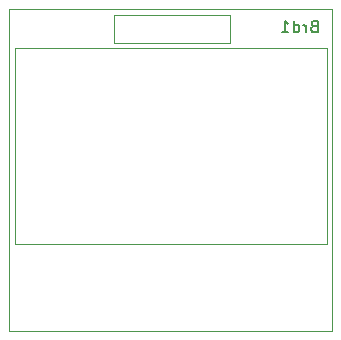
<source format=gbr>
%TF.GenerationSoftware,KiCad,Pcbnew,(5.99.0-10406-ge27733587d)*%
%TF.CreationDate,2021-05-19T17:56:25+05:30*%
%TF.ProjectId,OxiKit-Brainboard_v1,4f78694b-6974-42d4-9272-61696e626f61,rev?*%
%TF.SameCoordinates,Original*%
%TF.FileFunction,Legend,Bot*%
%TF.FilePolarity,Positive*%
%FSLAX46Y46*%
G04 Gerber Fmt 4.6, Leading zero omitted, Abs format (unit mm)*
G04 Created by KiCad (PCBNEW (5.99.0-10406-ge27733587d)) date 2021-05-19 17:56:25*
%MOMM*%
%LPD*%
G01*
G04 APERTURE LIST*
%ADD10C,0.150000*%
%ADD11C,0.120000*%
G04 APERTURE END LIST*
D10*
%TO.C,Brd1*%
X136566666Y-43928571D02*
X136423809Y-43976190D01*
X136376190Y-44023809D01*
X136328571Y-44119047D01*
X136328571Y-44261904D01*
X136376190Y-44357142D01*
X136423809Y-44404761D01*
X136519047Y-44452380D01*
X136900000Y-44452380D01*
X136900000Y-43452380D01*
X136566666Y-43452380D01*
X136471428Y-43500000D01*
X136423809Y-43547619D01*
X136376190Y-43642857D01*
X136376190Y-43738095D01*
X136423809Y-43833333D01*
X136471428Y-43880952D01*
X136566666Y-43928571D01*
X136900000Y-43928571D01*
X135900000Y-44452380D02*
X135900000Y-43785714D01*
X135900000Y-43976190D02*
X135852380Y-43880952D01*
X135804761Y-43833333D01*
X135709523Y-43785714D01*
X135614285Y-43785714D01*
X134852380Y-44452380D02*
X134852380Y-43452380D01*
X134852380Y-44404761D02*
X134947619Y-44452380D01*
X135138095Y-44452380D01*
X135233333Y-44404761D01*
X135280952Y-44357142D01*
X135328571Y-44261904D01*
X135328571Y-43976190D01*
X135280952Y-43880952D01*
X135233333Y-43833333D01*
X135138095Y-43785714D01*
X134947619Y-43785714D01*
X134852380Y-43833333D01*
X133852380Y-44452380D02*
X134423809Y-44452380D01*
X134138095Y-44452380D02*
X134138095Y-43452380D01*
X134233333Y-43595238D01*
X134328571Y-43690476D01*
X134423809Y-43738095D01*
D11*
X129449000Y-42939000D02*
X129449000Y-45352000D01*
X110750000Y-42450000D02*
X110750000Y-69750000D01*
X137728000Y-45745000D02*
X114628000Y-45745000D01*
X114628000Y-45745000D02*
X111542000Y-45745000D01*
X119670000Y-42939000D02*
X119670000Y-45352000D01*
X129449000Y-42939000D02*
X119670000Y-42939000D01*
X137728000Y-62345000D02*
X137728000Y-45745000D01*
X114628000Y-62345000D02*
X111288000Y-62370000D01*
X111288000Y-62370000D02*
X111288000Y-45733000D01*
X110750000Y-69750000D02*
X138150000Y-69750000D01*
X119670000Y-45352000D02*
X129449000Y-45352000D01*
X138150000Y-69750000D02*
X138150000Y-42450000D01*
X114628000Y-62345000D02*
X137728000Y-62345000D01*
X111288000Y-45733000D02*
X111542000Y-45745000D01*
X138150000Y-42450000D02*
X110750000Y-42450000D01*
%TD*%
M02*

</source>
